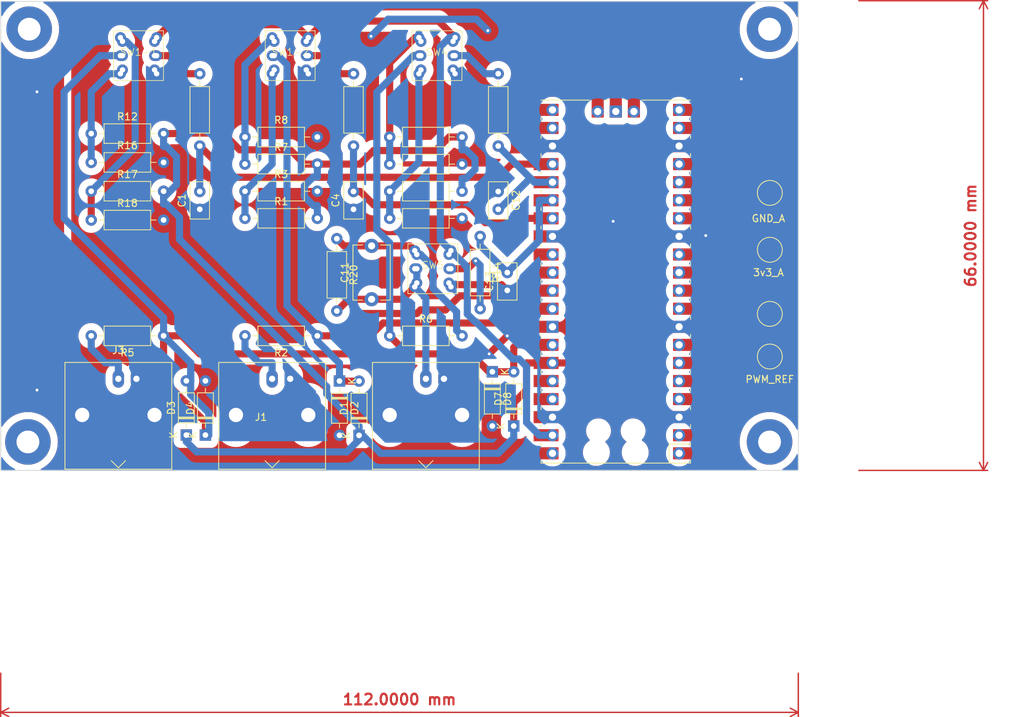
<source format=kicad_pcb>
(kicad_pcb (version 20221018) (generator pcbnew)
  (layers (0 "F.Cu" signal) (31 "B.Cu" signal) (34 "B.Paste" user) (35 "F.Paste" user) (36 "B.SilkS" user "B.Silkscreen") (37 "F.SilkS" user "F.Silkscreen") (38 "B.Mask" user) (39 "F.Mask" user) (44 "Edge.Cuts" user))
  (net 0 "")
  (net 1 "sig2")
  (net 2 "adc1")
  (net 3 "GND")
  (net 4 "Net-(C11-Pad2)")
  (net 5 "sw3")
  (net 6 "Net-(R1-Pad1)")
  (net 7 "sw1")
  (net 8 "Net-(R7-Pad1)")
  (net 14 "+3.3VADC")
  (net 23 "GNDA")
  (net 26 "testpwm")
  (net 28 "sig3")
  (net 29 "sw2-2")
  (net 30 "Net-(R12-Pad1)")
  (net 33 "Net-(R17-Pad1)")
  (net 34 "Net-(R19-Pad2)")
  (net 37 "sw2-1")
  (net 42 "sig1")
  (net 43 "+3V3")
  (net 44 "Net-(R10-Pad1)")
  (net 45 "Net-(R4-Pad2)")
  (net 46 "Net-(R11-Pad1)")
  (net 47 "Net-(R13-Pad2)")
  (net 48 "Net-(R14-Pad2)")
  (net 50 "adc3")
  (net 51 "adc2")
  (footprint "Connector_Coaxial:BNC_Amphenol_B6252HB-NPP3G-50_Horizontal" (layer "F.Cu") (at 118.11 91.13 180)
    (fp_text reference "J1")
    (fp_text value "B6252HB")
  )
  (footprint "Connector_Coaxial:BNC_Amphenol_B6252HB-NPP3G-50_Horizontal" (layer "F.Cu") (at 139.7 91.13 180)
    (fp_text reference "J2" hide)
    (fp_text value "B6252HB")
  )
  (footprint "Resistor_THT:R_Axial_DIN0207_L6.3mm_D2.5mm_P10.16mm_Horizontal" (layer "F.Cu") (at 92.71 60.72)
    (fp_text reference "R16")
    (fp_text value "100k")
  )
  (footprint "Diode_THT:D_DO-35_SOD27_P7.62mm_Horizontal" (layer "F.Cu") (at 106.065017 99.034245 90)
    (fp_text reference "D3")
    (fp_text value "1N4148")
  )
  (footprint "Resistor_THT:R_Axial_DIN0207_L6.3mm_D2.5mm_P10.16mm_Horizontal" (layer "F.Cu") (at 134.62 60.96)
    (fp_text reference "R15" hide)
    (fp_text value "100k")
  )
  (footprint "Resistor_THT:R_Axial_DIN0207_L6.3mm_D2.5mm_P10.16mm_Horizontal" (layer "F.Cu") (at 107.95 58.42 90)
    (fp_text reference "R19" hide)
    (fp_text value "10k")
  )
  (footprint "Capacitor_THT:C_Disc_D5.0mm_W2.5mm_P2.50mm" (layer "F.Cu") (at 149.86 64.81 -90)
    (fp_text reference "C12")
    (fp_text value "1uf")
  )
  (footprint "Resistor_THT:R_Axial_DIN0207_L6.3mm_D2.5mm_P10.16mm_Horizontal" (layer "F.Cu") (at 92.71 56.67)
    (fp_text reference "R12")
    (fp_text value "100k")
  )
  (footprint "Resistor_THT:R_Axial_DIN0207_L6.3mm_D2.5mm_P10.16mm_Horizontal" (layer "F.Cu") (at 102.87 85.09 180)
    (fp_text reference "R5")
    (fp_text value "100k")
  )
  (footprint "MountingHole:MountingHole_3mm" (layer "F.Cu") (at 84 42)
    (fp_text reference "H2" hide)
    (fp_text value "MountingHole_Pad" hide)
  )
  (footprint "Diode_THT:D_DO-35_SOD27_P7.62mm_Horizontal" (layer "F.Cu") (at 127.572469 91.443714 -90)
    (fp_text reference "D2")
    (fp_text value "1N4148")
  )
  (footprint "Capacitor_THT:C_Disc_D5.0mm_W2.5mm_P2.50mm" (layer "F.Cu") (at 129.54 67.31 90)
    (fp_text reference "C4")
    (fp_text value "1uf")
  )
  (footprint "Diode_THT:D_DO-35_SOD27_P7.62mm_Horizontal" (layer "F.Cu") (at 108.743533 99.034245 90)
    (fp_text reference "D4")
    (fp_text value "1N4148")
  )
  (footprint "Resistor_THT:R_Axial_DIN0207_L6.3mm_D2.5mm_P10.16mm_Horizontal" (layer "F.Cu") (at 114.3 68.58)
    (fp_text reference "R1")
    (fp_text value "100k" hide)
  )
  (footprint "Diode_THT:D_DO-35_SOD27_P7.62mm_Horizontal" (layer "F.Cu") (at 149.034576 90.14148 -90)
    (fp_text reference "D8")
    (fp_text value "1N4148")
  )
  (footprint "Diode_THT:D_DO-35_SOD27_P7.62mm_Horizontal" (layer "F.Cu") (at 130.319665 99.074445 90)
    (fp_text reference "D1")
    (fp_text value "1N4148")
  )
  (footprint "Resistor_THT:R_Axial_DIN0207_L6.3mm_D2.5mm_P10.16mm_Horizontal" (layer "F.Cu") (at 134.62 68.58)
    (fp_text reference "R10" hide)
    (fp_text value "empty")
  )
  (footprint "MCU_RaspberryPi_and_Boards3:RPi_Pico_SMD_TH" (layer "F.Cu") (at 166.37 77.47 180)
    (fp_text reference "U1" hide)
    (fp_text value "Pico" hide)
  )
  (footprint "MountingHole:MountingHole_3mm" (layer "F.Cu") (at 187.96 100)
    (fp_text reference "H4" hide)
    (fp_text value "MountingHole_Pad" hide)
  )
  (footprint "btn:button_switch_6mm" (layer "F.Cu") (at 141.26 45.72)
    (fp_text reference "SW4")
    (fp_text value "SW_Push_DPDT")
  )
  (footprint "Resistor_THT:R_Axial_DIN0207_L6.3mm_D2.5mm_P10.16mm_Horizontal" (layer "F.Cu") (at 129.54 58.42 90)
    (fp_text reference "R4" hide)
    (fp_text value "10k")
  )
  (footprint "btn:button_switch_6mm" (layer "F.Cu") (at 99.35 45.72)
    (fp_text reference "SW1-1")
    (fp_text value "SW_Push_DPDT")
  )
  (footprint "btn:button_switch_6mm" (layer "F.Cu") (at 140.68 75.66)
    (fp_text reference "SW5")
    (fp_text value "SW_Push_DPDT")
  )
  (footprint "Diode_THT:D_DO-35_SOD27_P7.62mm_Horizontal" (layer "F.Cu") (at 152.038634 97.76148 90)
    (fp_text reference "D7")
    (fp_text value "1N4148")
  )
  (footprint "Resistor_THT:R_Axial_DIN0207_L6.3mm_D2.5mm_P10.16mm_Horizontal" (layer "F.Cu") (at 134.62 64.77)
    (fp_text reference "R9" hide)
    (fp_text value "empty")
  )
  (footprint "Capacitor_THT:C_Disc_D5.0mm_W2.5mm_P2.50mm" (layer "F.Cu") (at 151.13 78.7 90)
    (fp_text reference "C13")
    (fp_text value "1uf")
  )
  (footprint "TestPoint:TestPoint_Pad_D3.0mm" (layer "F.Cu") (at 188 82 180)
    (fp_text reference "TP4" hide)
    (fp_text value "GND")
  )
  (footprint "btn:button_switch_6mm" (layer "F.Cu") (at 120.65 45.72)
    (fp_text reference "SW1-2")
    (fp_text value "SW_Push_DPDT")
  )
  (footprint "Resistor_THT:R_Axial_DIN0207_L6.3mm_D2.5mm_P10.16mm_Horizontal" (layer "F.Cu") (at 124.46 85.09 180)
    (fp_text reference "R2")
    (fp_text value "100k")
  )
  (footprint "Resistor_THT:R_Axial_DIN0207_L6.3mm_D2.5mm_P10.16mm_Horizontal" (layer "F.Cu") (at 114.3 60.96)
    (fp_text reference "R7")
    (fp_text value "100k")
  )
  (footprint "Resistor_THT:R_Axial_DIN0207_L6.3mm_D2.5mm_P10.16mm_Horizontal" (layer "F.Cu") (at 92.71 64.77)
    (fp_text reference "R17")
    (fp_text value "100k")
  )
  (footprint "Resistor_THT:R_Axial_DIN0207_L6.3mm_D2.5mm_P10.16mm_Horizontal" (layer "F.Cu") (at 149.86 58.42 90)
    (fp_text reference "R13" hide)
    (fp_text value "10k")
  )
  (footprint "Resistor_THT:R_Axial_DIN0207_L6.3mm_D2.5mm_P10.16mm_Horizontal" (layer "F.Cu") (at 92.71 68.82)
    (fp_text reference "R18")
    (fp_text value "100k")
  )
  (footprint "MountingHole:MountingHole_3mm" (layer "F.Cu") (at 188 42)
    (fp_text reference "H1" hide)
    (fp_text value "MountingHole_Pad" hide)
  )
  (footprint "Resistor_THT:R_Axial_DIN0207_L6.3mm_D2.5mm_P10.16mm_Horizontal" (layer "F.Cu") (at 114.3 57.15)
    (fp_text reference "R8")
    (fp_text value "100k")
  )
  (footprint "Resistor_THT:R_Axial_DIN0207_L6.3mm_D2.5mm_P10.16mm_Horizontal" (layer "F.Cu") (at 134.62 57.15)
    (fp_text reference "R11" hide)
    (fp_text value "100k")
  )
  (footprint "Resistor_THT:R_Axial_DIN0207_L6.3mm_D2.5mm_P10.16mm_Horizontal" (layer "F.Cu") (at 127.2 71.44 -90)
    (fp_text reference "R20")
    (fp_text value "100k")
  )
  (footprint "MountingHole:MountingHole_3mm" (layer "F.Cu") (at 83.82 100.33)
    (fp_text reference "H3" hide)
    (fp_text value "MountingHole_Pad" hide)
  )
  (footprint "TestPoint:TestPoint_Pad_D3.0mm" (layer "F.Cu") (at 188 65)
    (fp_text reference "TP3" hide)
    (fp_text value "GND_A")
  )
  (footprint "Capacitor_THT:C_Disc_D5.0mm_W2.5mm_P2.50mm" (layer "F.Cu") (at 107.95 67.31 90)
    (fp_text reference "C1")
    (fp_text value "1uf")
  )
  (footprint "Resistor_THT:R_Axial_DIN0207_L6.3mm_D2.5mm_P10.16mm_Horizontal" (layer "F.Cu") (at 114.3 64.77)
    (fp_text reference "R3")
    (fp_text value "100k")
  )
  (footprint "Connector_Coaxial:BNC_Amphenol_B6252HB-NPP3G-50_Horizontal" (layer "F.Cu") (at 96.52 91.13 180)
    (fp_text reference "J3")
    (fp_text value "B6252HB")
  )
  (footprint "TestPoint:TestPoint_Pad_D3.0mm" (layer "F.Cu") (at 188 88 180)
    (fp_text reference "TP2" hide)
    (fp_text value "PWM_REF")
  )
  (footprint "TestPoint:TestPoint_Pad_D3.0mm" (layer "F.Cu") (at 188 73)
    (fp_text reference "TP1" hide)
    (fp_text value "3v3_A")
  )
  (footprint "Resistor_THT:R_Axial_DIN0207_L6.3mm_D2.5mm_P10.16mm_Horizontal" (layer "F.Cu") (at 147.32 71.12 -90)
    (fp_text reference "R14")
    (fp_text value "10k")
  )
  (footprint "Capacitor_THT:C_Disc_D7.5mm_W5.0mm_P7.50mm" (layer "F.Cu") (at 132.08 79.95 90)
    (fp_text reference "C11")
    (fp_text value "100nf")
  )
  (footprint "Resistor_THT:R_Axial_DIN0207_L6.3mm_D2.5mm_P10.16mm_Horizontal" (layer "F.Cu") (at 134.62 85.09)
    (fp_text reference "R6")
    (fp_text value "100k")
  )
  (gr_rect (start 80.01 38.1) (end 192 104) (stroke (width 0.1)) (fill none) (layer "Edge.Cuts"))
  (dimension (type aligned) (layer "F.Cu") (pts (xy 200 104) (xy 200 38)) (height 18) (gr_text "66.0000 mm" (at 216.2 71 90) (layer "F.Cu") (effects (font (size 1.5 1.5) (thickness 0.3)))) (format (prefix "") (suffix "") (units 3) (units_format 1) (precision 4)) (style (thickness 0.2) (arrow_length 1.27) (text_position_mode 0) (extension_height 0.58642) (extension_offset 0.5) keep_text_aligned))
  (dimension (type aligned) (layer "F.Cu") (pts (xy 80 132) (xy 192 132)) (height 6) (gr_text "112.0000 mm" (at 136 136.2) (layer "F.Cu") (effects (font (size 1.5 1.5) (thickness 0.3)))) (format (prefix "") (suffix "") (units 3) (units_format 1) (precision 4)) (style (thickness 0.2) (arrow_length 1.27) (text_position_mode 0) (extension_height 0.58642) (extension_offset 0.5) keep_text_aligned))
  (segment (start 132.08 79.95) (end 128.85 79.95) (width 1) (layer "F.Cu") (net 1))
  (segment (start 138.43 75.66) (end 138.14 75.66) (width 1) (layer "F.Cu") (net 1))
  (segment (start 138.14 78.2) (end 136.39 79.95) (width 1) (layer "F.Cu") (net 1))
  (segment (start 128.85 79.95) (end 127.2 81.6) (width 1) (layer "F.Cu") (net 1))
  (segment (start 136.39 79.95) (end 132.08 79.95) (width 1) (layer "F.Cu") (net 1))
  (segment (start 138.14 78.2) (end 139.7 79.76) (width 1) (layer "B.Cu") (net 1))
  (segment (start 138.14 77.95) (end 138.43 77.66) (width 1) (layer "B.Cu") (net 1))
  (segment (start 138.43 77.66) (end 138.43 75.66) (width 1) (layer "B.Cu") (net 1))
  (segment (start 139.7 79.76) (end 139.7 91.13) (width 1) (layer "B.Cu") (net 1))
  (segment (start 138.14 78.2) (end 138.14 77.95) (width 1) (layer "B.Cu") (net 1))
  (segment (start 127 85.09) (end 124.46 85.09) (width 1) (layer "F.Cu") (net 2))
  (segment (start 149.103 79.4688) (end 144.446 79.4688) (width 1) (layer "F.Cu") (net 2))
  (segment (start 130.14 81.95) (end 127 85.09) (width 1) (layer "F.Cu") (net 2))
  (segment (start 151.98 81.28) (end 150.914 81.28) (width 1) (layer "F.Cu") (net 2))
  (segment (start 138.95 81.45) (end 138.45 81.95) (width 1) (layer "F.Cu") (net 2))
  (segment (start 157.48 78.74) (end 154.52 78.74) (width 1) (layer "F.Cu") (net 2))
  (segment (start 127.572469 91.443714) (end 127.5832 91.454445) (width 1) (layer "F.Cu") (net 2))
  (segment (start 118.4 45.72) (end 118.11 45.72) (width 1) (layer "F.Cu") (net 2))
  (segment (start 154.52 78.74) (end 151.98 81.28) (width 1) (layer "F.Cu") (net 2))
  (segment (start 144.446 79.4688) (end 142.4648 81.45) (width 1) (layer "F.Cu") (net 2))
  (segment (start 138.45 81.95) (end 130.14 81.95) (width 1) (layer "F.Cu") (net 2))
  (segment (start 150.914 81.28) (end 149.103 79.4688) (width 1) (layer "F.Cu") (net 2))
  (segment (start 142.4648 81.45) (end 138.95 81.45) (width 1) (layer "F.Cu") (net 2))
  (segment (start 127.5832 91.454445) (end 130.319665 91.454445) (width 1) (layer "F.Cu") (net 2))
  (segment (start 127.572469 88.940569) (end 124.46 85.8281) (width 1) (layer "B.Cu") (net 2))
  (segment (start 120.202 46.9767) (end 120.202 80.8325) (width 1) (layer "B.Cu") (net 2))
  (segment (start 118.4 45.72) (end 118.946 45.72) (width 1) (layer "B.Cu") (net 2))
  (segment (start 124.46 85.8281) (end 124.46 85.09) (width 1) (layer "B.Cu") (net 2))
  (segment (start 118.946 45.72) (end 120.202 46.9767) (width 1) (layer "B.Cu") (net 2))
  (segment (start 120.202 80.8325) (end 124.46 85.09) (width 1) (layer "B.Cu") (net 2))
  (segment (start 127.572469 91.443714) (end 127.572469 88.940569) (width 1) (layer "B.Cu") (net 2))
  (segment (start 143.519999 77.900001) (end 150.330001 77.900001) (width 1) (layer "F.Cu") (net 3))
  (segment (start 143.22 78.2) (end 143.519999 77.900001) (width 1) (layer "F.Cu") (net 3))
  (segment (start 151.13 85.09) (end 148.59 87.63) (width 1) (layer "F.Cu") (net 3))
  (segment (start 150.330001 77.900001) (end 151.13 78.7) (width 1) (layer "F.Cu") (net 3))
  (via (at 179 71) (size 0.8) (drill 0.4) (layers "F.Cu" "B.Cu") (net 3))
  (via (at 184 49) (size 0.8) (drill 0.4) (layers "F.Cu" "B.Cu") (net 3))
  (via (at 85.09 92.71) (size 0.8) (drill 0.4) (layers "F.Cu" "B.Cu") (net 3))
  (via (at 85.09 50.8) (size 0.8) (drill 0.4) (layers "F.Cu" "B.Cu") (net 3))
  (via (at 151.13 85.09) (size 0.8) (drill 0.4) (layers "F.Cu" "B.Cu") (net 3))
  (via (at 166 69) (size 0.8) (drill 0.4) (layers "F.Cu" "B.Cu") (net 3))
  (via (at 148.59 87.63) (size 0.8) (drill 0.4) (layers "F.Cu" "B.Cu") (net 3))
  (segment (start 132.08 72.45) (end 137.47 72.45) (width 1) (layer "F.Cu") (net 4))
  (segment (start 137.47 72.45) (end 138.14 73.12) (width 1) (layer "F.Cu") (net 4))
  (segment (start 132.08 72.45) (end 128.21 72.45) (width 1) (layer "F.Cu") (net 4))
  (segment (start 128.21 72.45) (end 127.2 71.44) (width 1) (layer "F.Cu") (net 4))
  (segment (start 144.016 81.7214) (end 144.016 84.3262) (width 1) (layer "B.Cu") (net 4))
  (segment (start 144.016 84.3262) (end 144.78 85.09) (width 1) (layer "B.Cu") (net 4))
  (segment (start 138.43 73.66) (end 138.974 73.66) (width 1) (layer "B.Cu") (net 4))
  (segment (start 138.14 73.12) (end 138.14 73.37) (width 1) (layer "B.Cu") (net 4))
  (segment (start 140.712 75.3975) (end 140.712 78.417) (width 1) (layer "B.Cu") (net 4))
  (segment (start 138.14 73.37) (end 138.43 73.66) (width 1) (layer "B.Cu") (net 4))
  (segment (start 138.974 73.66) (end 140.712 75.3975) (width 1) (layer "B.Cu") (net 4))
  (segment (start 140.712 78.417) (end 144.016 81.7214) (width 1) (layer "B.Cu") (net 4))
  (segment (start 112.336 62.8055) (end 107.95 58.42) (width 1) (layer "F.Cu") (net 5))
  (segment (start 149.901 62.8055) (end 112.336 62.8055) (width 1) (layer "F.Cu") (net 5))
  (segment (start 157.48 60.96) (end 151.747 60.96) (width 1) (layer "F.Cu") (net 5))
  (segment (start 151.747 60.96) (end 149.901 62.8055) (width 1) (layer "F.Cu") (net 5))
  (segment (start 107.95 64.81) (end 107.95 58.42) (width 1) (layer "B.Cu") (net 5))
  (segment (start 114.3 64.77) (end 114.3 68.58) (width 1) (layer "B.Cu") (net 6))
  (segment (start 118.11 48.01) (end 118.11 48.26) (width 1) (layer "B.Cu") (net 6))
  (segment (start 118.11 60.96) (end 114.3 64.77) (width 1) (layer "B.Cu") (net 6))
  (segment (start 118.11 48.26) (end 118.11 60.96) (width 1) (layer "B.Cu") (net 6))
  (segment (start 118.4 47.72) (end 118.11 48.01) (width 1) (layer "B.Cu") (net 6))
  (segment (start 145.522 66.675) (end 132.36 66.675) (width 1) (layer "F.Cu") (net 7))
  (segment (start 148.03 69.1834) (end 145.522 66.675) (width 1) (layer "F.Cu") (net 7))
  (segment (start 157.48 68.58) (end 153.828 68.58) (width 1) (layer "F.Cu") (net 7))
  (segment (start 132.36 66.675) (end 130.495 64.81) (width 1) (layer "F.Cu") (net 7))
  (segment (start 153.225 69.1834) (end 148.03 69.1834) (width 1) (layer "F.Cu") (net 7))
  (segment (start 130.495 64.81) (end 129.54 64.81) (width 1) (layer "F.Cu") (net 7))
  (segment (start 153.828 68.58) (end 153.225 69.1834) (width 1) (layer "F.Cu") (net 7))
  (segment (start 129.54 64.81) (end 129.54 58.42) (width 1) (layer "B.Cu") (net 7))
  (segment (start 118.11 43.43) (end 118.11 43.18) (width 1) (layer "B.Cu") (net 8))
  (segment (start 117.899 43.43) (end 114.3 47.0287) (width 1) (layer "B.Cu") (net 8))
  (segment (start 118.4 43.72) (end 118.11 43.43) (width 1) (layer "B.Cu") (net 8))
  (segment (start 114.3 57.15) (end 114.3 60.96) (width 1) (layer "B.Cu") (net 8))
  (segment (start 118.11 43.43) (end 117.899 43.43) (width 1) (layer "B.Cu") (net 8))
  (segment (start 114.3 47.0287) (end 114.3 57.15) (width 1) (layer "B.Cu") (net 8))
  (segment (start 181.61 69.61) (end 185 73) (width 1) (layer "F.Cu") (net 14))
  (segment (start 130.455 60.96) (end 124.46 60.96) (width 1) (layer "F.Cu") (net 14))
  (segment (start 153.828 88.9) (end 153.828 92.71) (width 1) (layer "F.Cu") (net 14))
  (segment (start 167.1 88.9) (end 172 84) (width 1) (layer "F.Cu") (net 14))
  (segment (start 181.61 50.8) (end 181.61 69.61) (width 1) (layer "F.Cu") (net 14))
  (segment (start 179.81 49) (end 181.61 50.8) (width 1) (layer "F.Cu") (net 14))
  (segment (start 144.78 57.15) (end 142.978 57.15) (width 1) (layer "F.Cu") (net 14))
  (segment (start 111.204 56.6019) (end 104.74 56.6019) (width 1) (layer "F.Cu") (net 14))
  (segment (start 104.74 56.6019) (end 104.672 56.67) (width 1) (layer "F.Cu") (net 14))
  (segment (start 120.65 58.9519) (end 113.554 58.9519) (width 1) (layer "F.Cu") (net 14))
  (segment (start 122.658 60.96) (end 120.65 58.9519) (width 1) (layer "F.Cu") (net 14))
  (segment (start 185 73) (end 188 73) (width 1) (layer "F.Cu") (net 14))
  (segment (start 173.8 49) (end 179.81 49) (width 1) (layer "F.Cu") (net 14))
  (segment (start 172 84) (end 172 50.8) (width 1) (layer "F.Cu") (net 14))
  (segment (start 142.978 57.15) (end 141.073 59.055) (width 1) (layer "F.Cu") (net 14))
  (segment (start 113.554 58.9519) (end 111.204 56.6019) (width 1) (layer "F.Cu") (net 14))
  (segment (start 157.48 88.9) (end 167.1 88.9) (width 1) (layer "F.Cu") (net 14))
  (segment (start 141.073 59.055) (end 132.36 59.055) (width 1) (layer "F.Cu") (net 14))
  (segment (start 172 50.8) (end 173.8 49) (width 1) (layer "F.Cu") (net 14))
  (segment (start 132.36 59.055) (end 130.455 60.96) (width 1) (layer "F.Cu") (net 14))
  (segment (start 153.828 92.71) (end 152.038634 94.499366) (width 1) (layer "F.Cu") (net 14))
  (segment (start 157.48 88.9) (end 153.828 88.9) (width 1) (layer "F.Cu") (net 14))
  (segment (start 124.46 60.96) (end 122.658 60.96) (width 1) (layer "F.Cu") (net 14))
  (segment (start 104.672 56.67) (end 102.87 56.67) (width 1) (layer "F.Cu") (net 14))
  (segment (start 152.038634 94.499366) (end 152.038634 97.76148) (width 1) (layer "F.Cu") (net 14))
  (segment (start 128.6 101.4) (end 107.509288 101.4) (width 1) (layer "B.Cu") (net 14))
  (segment (start 122.639 65.5169) (end 122.639 64.02) (width 1) (layer "B.Cu") (net 14))
  (segment (start 102.87 56.67) (end 102.87 58.4719) (width 1) (layer "B.Cu") (net 14))
  (segment (start 105.106 68.4342) (end 103.243 66.5719) (width 1) (layer "B.Cu") (net 14))
  (segment (start 152.038634 99.424159) (end 149.862793 101.6) (width 1) (layer "B.Cu") (net 14))
  (segment (start 102.87 66.5719) (end 102.87 65.6709) (width 1) (layer "B.Cu") (net 14))
  (segment (start 104.698 63.8431) (end 102.87 65.6709) (width 1) (layer "B.Cu") (net 14))
  (segment (start 102.87 58.4719) (end 103.243 58.4719) (width 1) (layer "B.Cu") (net 14))
  (segment (start 123.897 62.7619) (end 124.46 62.7619) (width 1) (layer "B.Cu") (net 14))
  (segment (start 123.9 66.7781) (end 122.639 65.5169) (width 1) (layer "B.Cu") (net 14))
  (segment (start 102.87 64.77) (end 102.87 65.6709) (width 1) (layer "B.Cu") (net 14))
  (segment (start 122.639 64.02) (end 123.897 62.7619) (width 1) (layer "B.Cu") (net 14))
  (segment (start 152.038634 97.76148) (end 152.038634 99.424159) (width 1) (layer "B.Cu") (net 14))
  (segment (start 146.601 61.7069) (end 146.601 60.21) (width 1) (layer "B.Cu") (net 14))
  (segment (start 130.824845 99.074445) (end 130.824845 99.175155) (width 1) (layer "B.Cu") (net 14))
  (segment (start 130.319665 97.79091) (end 125.772469 93.243714) (width 1) (layer "B.Cu") (net 14))
  (segment (start 125.772469 92.220169) (end 105.106 71.5537) (width 1) (layer "B.Cu") (net 14))
  (segment (start 103.243 66.5719) (end 102.87 66.5719) (width 1) (layer "B.Cu") (net 14))
  (segment (start 145.343 58.9519) (end 144.78 58.9519) (width 1) (layer "B.Cu") (net 14))
  (segment (start 103.243 58.4719) (end 104.698 59.9264) (width 1) (layer "B.Cu") (net 14))
  (segment (start 146.601 60.21) (end 145.343 58.9519) (width 1) (layer "B.Cu") (net 14))
  (segment (start 107.509288 101.4) (end 106.065017 99.955729) (width 1) (layer "B.Cu") (net 14))
  (segment (start 106.065017 99.955729) (end 106.065017 99.034245) (width 1) (layer "B.Cu") (net 14))
  (segment (start 145.34 62.9681) (end 146.601 61.7069) (width 1) (layer "B.Cu") (net 14))
  (segment (start 149.862793 101.6) (end 133.3504 101.6) (width 1) (layer "B.Cu") (net 14))
  (segment (start 133.3504 101.6) (end 130.824845 99.074445) (width 1) (layer "B.Cu") (net 14))
  (segment (start 124.46 62.7619) (end 124.46 60.96) (width 1) (layer "B.Cu") (net 14))
  (segment (start 144.78 62.9681) (end 145.34 62.9681) (width 1) (layer "B.Cu") (net 14))
  (segment (start 130.319665 99.074445) (end 130.319665 97.79091) (width 1) (layer "B.Cu") (net 14))
  (segment (start 144.78 58.9519) (end 144.78 57.15) (width 1) (layer "B.Cu") (net 14))
  (segment (start 104.698 59.9264) (end 104.698 63.8431) (width 1) (layer "B.Cu") (net 14))
  (segment (start 124.46 68.58) (end 124.46 66.7781) (width 1) (layer "B.Cu") (net 14))
  (segment (start 125.772469 93.243714) (end 125.772469 92.220169) (width 1) (layer "B.Cu") (net 14))
  (segment (start 130.824845 99.175155) (end 128.6 101.4) (width 1) (layer "B.Cu") (net 14))
  (segment (start 105.106 71.5537) (end 105.106 68.4342) (width 1) (layer "B.Cu") (net 14))
  (segment (start 124.46 66.7781) (end 123.9 66.7781) (width 1) (layer "B.Cu") (net 14))
  (segment (start 144.78 64.77) (end 144.78 62.9681) (width 1) (layer "B.Cu") (net 14))
  (segment (start 181 42) (end 160 42) (width 1) (layer "F.Cu") (net 23))
  (segment (start 188 65) (end 188 49) (width 1) (layer "F.Cu") (net 23))
  (segment (start 188 49) (end 181 42) (width 1) (layer "F.Cu") (net 23))
  (via (at 132 43) (size 0.8) (drill 0.4) (layers "F.Cu" "B.Cu") (net 23))
  (via (at 148.4 42.2) (size 0.8) (drill 0.4) (layers "F.Cu" "B.Cu") (net 23))
  (segment (start 146.8 40.6) (end 134.4 40.6) (width 1) (layer "B.Cu") (net 23))
  (segment (start 134.4 40.6) (end 132 43) (width 1) (layer "B.Cu") (net 23))
  (segment (start 148.4 42.2) (end 146.8 40.6) (width 1) (layer "B.Cu") (net 23))
  (segment (start 178.22 101.6) (end 175.26 101.6) (width 1) (layer "F.Cu") (net 26))
  (segment (start 188 87) (end 188 91.82) (width 1) (layer "F.Cu") (net 26))
  (segment (start 188 91.82) (end 178.22 101.6) (width 1) (layer "F.Cu") (net 26))
  (segment (start 96.52 88.8781) (end 94.6962 88.8781) (width 1) (layer "B.Cu") (net 28))
  (segment (start 94.6962 88.8781) (end 92.71 86.8919) (width 1) (layer "B.Cu") (net 28))
  (segment (start 92.71 86.8919) (end 92.71 85.09) (width 1) (layer "B.Cu") (net 28))
  (segment (start 96.52 91.13) (end 96.52 88.8781) (width 1) (layer "B.Cu") (net 28))
  (segment (start 154.94 63.5) (end 154.369 62.9288) (width 1) (layer "B.Cu") (net 29))
  (segment (start 157.48 63.5) (end 154.94 63.5) (width 1) (layer "B.Cu") (net 29))
  (segment (start 149.86 67.31) (end 149.988 67.31) (width 1) (layer "B.Cu") (net 29))
  (segment (start 154.369 62.9288) (end 149.86 58.42) (width 1) (layer "B.Cu") (net 29))
  (segment (start 149.988 67.31) (end 154.369 62.9288) (width 1) (layer "B.Cu") (net 29))
  (segment (start 95.25 48.26) (end 92.71 50.8) (width 1) (layer "B.Cu") (net 30))
  (segment (start 92.71 56.67) (end 92.71 60.72) (width 1) (layer "B.Cu") (net 30))
  (segment (start 97.1 47.97) (end 96.81 48.26) (width 1) (layer "B.Cu") (net 30))
  (segment (start 92.71 50.8) (end 92.71 56.67) (width 1) (layer "B.Cu") (net 30))
  (segment (start 96.81 48.26) (end 95.25 48.26) (width 1) (layer "B.Cu") (net 30))
  (segment (start 97.1 47.72) (end 97.1 47.97) (width 1) (layer "B.Cu") (net 30))
  (segment (start 92.71 68.82) (end 92.71 64.77) (width 1) (layer "F.Cu") (net 33))
  (segment (start 98.8869 58.5931) (end 92.71 64.77) (width 1) (layer "B.Cu") (net 33))
  (segment (start 98.8869 44.9718) (end 98.8869 58.5931) (width 1) (layer "B.Cu") (net 33))
  (segment (start 97.1 43.47) (end 97.1 43.72) (width 1) (layer "B.Cu") (net 33))
  (segment (start 97.6351 43.72) (end 98.8869 44.9718) (width 1) (layer "B.Cu") (net 33))
  (segment (start 97.1 43.72) (end 97.6351 43.72) (width 1) (layer "B.Cu") (net 33))
  (segment (start 96.81 43.18) (end 97.1 43.47) (width 1) (layer "B.Cu") (net 33))
  (segment (start 103.608 45.72) (end 101.89 45.72) (width 1) (layer "F.Cu") (net 34))
  (segment (start 107.95 48.26) (end 106.148 48.26) (width 1) (layer "F.Cu") (net 34))
  (segment (start 106.148 48.26) (end 103.608 45.72) (width 1) (layer "F.Cu") (net 34))
  (segment (start 101.6 45.72) (end 101.89 45.72) (width 1) (layer "F.Cu") (net 34))
  (segment (start 155.628 71.7019) (end 151.13 76.2) (width 1) (layer "B.Cu") (net 37))
  (segment (start 155.628 66.04) (end 155.628 71.7019) (width 1) (layer "B.Cu") (net 37))
  (segment (start 157.48 66.04) (end 155.628 66.04) (width 1) (layer "B.Cu") (net 37))
  (segment (start 147.32 72.39) (end 147.32 71.12) (width 1) (layer "B.Cu") (net 37))
  (segment (start 151.13 76.2) (end 147.32 72.39) (width 1) (layer "B.Cu") (net 37))
  (segment (start 114.3 86.8919) (end 114.3 85.09) (width 1) (layer "B.Cu") (net 42))
  (segment (start 118.11 91.13) (end 118.11 88.8781) (width 1) (layer "B.Cu") (net 42))
  (segment (start 118.11 88.8781) (end 116.286 88.8781) (width 1) (layer "B.Cu") (net 42))
  (segment (start 116.286 88.8781) (end 114.3 86.8919) (width 1) (layer "B.Cu") (net 42))
  (segment (start 101.89 43.18) (end 103.691 41.379) (width 1) (layer "F.Cu") (net 43))
  (segment (start 125.508 40.8618) (end 141.4818 40.8618) (width 1) (layer "F.Cu") (net 43))
  (segment (start 103.691 41.379) (end 121.389 41.379) (width 1) (layer "F.Cu") (net 43))
  (segment (start 123.19 43.18) (end 125.508 40.8618) (width 1) (layer "F.Cu") (net 43))
  (segment (start 121.389 41.379) (end 123.19 43.18) (width 1) (layer "F.Cu") (net 43))
  (segment (start 141.4818 40.8618) (end 143.8 43.18) (width 1) (layer "F.Cu") (net 43))
  (segment (start 152.784219 88.34148) (end 153.838634 89.395895) (width 1) (layer "B.Cu") (net 43))
  (segment (start 155.628 99.06) (end 157.48 99.06) (width 1) (layer "B.Cu") (net 43))
  (segment (start 153.838634 97.270634) (end 155.628 99.06) (width 1) (layer "B.Cu") (net 43))
  (segment (start 123.19 43.18) (end 122.9 43.47) (width 1) (layer "B.Cu") (net 43))
  (segment (start 143.22 73.12) (end 142.93 73.41) (width 1) (layer "B.Cu") (net 43))
  (segment (start 145.182 75.0822) (end 145.182 75.177) (width 1) (layer "B.Cu") (net 43))
  (segment (start 122.9 43.47) (end 122.9 43.72) (width 1) (layer "B.Cu") (net 43))
  (segment (start 143.51 43.18) (end 143.8 42.89) (width 1) (layer "B.Cu") (net 43))
  (segment (start 153.838634 89.395895) (end 153.838634 97.270634) (width 1) (layer "B.Cu") (net 43))
  (segment (start 101.6 43.72) (end 101.89 43.43) (width 1) (layer "B.Cu") (net 43))
  (segment (start 141.73 44.4581) (end 141.73 71.6297) (width 1) (layer "B.Cu") (net 43))
  (segment (start 143.51 43.18) (end 143.008 43.18) (width 1) (layer "B.Cu") (net 43))
  (segment (start 145.518 75.5129) (end 145.518 82.0264) (width 1) (layer "B.Cu") (net 43))
  (segment (start 145.518 82.0264) (end 146.574 83.0819) (width 1) (layer "B.Cu") (net 43))
  (segment (start 142.93 73.41) (end 142.93 73.66) (width 1) (layer "B.Cu") (net 43))
  (segment (start 145.182 75.177) (end 145.518 75.5129) (width 1) (layer "B.Cu") (net 43))
  (segment (start 143.22 73.12) (end 145.182 75.0822) (width 1) (layer "B.Cu") (net 43))
  (segment (start 141.73 71.6297) (end 143.22 73.12) (width 1) (layer "B.Cu") (net 43))
  (segment (start 146.681 83.0819) (end 151.94058 88.34148) (width 1) (layer "B.Cu") (net 43))
  (segment (start 151.94058 88.34148) (end 152.784219 88.34148) (width 1) (layer "B.Cu") (net 43))
  (segment (start 101.89 43.43) (end 101.89 43.18) (width 1) (layer "B.Cu") (net 43))
  (segment (start 143.008 43.18) (end 141.73 44.4581) (width 1) (layer "B.Cu") (net 43))
  (segment (start 146.574 83.0819) (end 146.681 83.0819) (width 1) (layer "B.Cu") (net 43))
  (segment (start 139.01 47.43) (end 138.72 47.72) (width 1) (layer "B.Cu") (net 44))
  (segment (start 138.72 47.72) (end 138.72 60.67) (width 1) (layer "B.Cu") (net 44))
  (segment (start 134.62 64.77) (end 134.62 68.58) (width 1) (layer "B.Cu") (net 44))
  (segment (start 138.72 60.67) (end 134.62 64.77) (width 1) (layer "B.Cu") (net 44))
  (segment (start 127.738 48.26) (end 125.198 45.72) (width 1) (layer "F.Cu") (net 45))
  (segment (start 129.54 48.26) (end 127.738 48.26) (width 1) (layer "F.Cu") (net 45))
  (segment (start 125.198 45.72) (end 123.19 45.72) (width 1) (layer "F.Cu") (net 45))
  (segment (start 122.9 45.72) (end 123.19 45.72) (width 1) (layer "F.Cu") (net 45))
  (segment (start 138.18 43.18) (end 138.72 43.18) (width 1) (layer "F.Cu") (net 46))
  (segment (start 134.62 46.74) (end 138.18 43.18) (width 1) (layer "F.Cu") (net 46))
  (segment (start 134.62 57.15) (end 134.62 46.74) (width 1) (layer "F.Cu") (net 46))
  (segment (start 138.72 42.64) (end 138.72 42.89) (width 1) (layer "B.Cu") (net 46))
  (segment (start 138.72 42.89) (end 139.01 43.18) (width 1) (layer "B.Cu") (net 46))
  (segment (start 134.62 57.15) (end 134.62 60.96) (width 1) (layer "B.Cu") (net 46))
  (segment (start 149.86 48.26) (end 148.058 48.26) (width 1) (layer "B.Cu") (net 47))
  (segment (start 148.058 48.26) (end 145.518 45.72) (width 1) (layer "B.Cu") (net 47))
  (segment (start 145.518 45.72) (end 143.8 45.72) (width 1) (layer "B.Cu") (net 47))
  (segment (start 146.684 74.5549) (end 145.579 75.66) (width 1) (layer "F.Cu") (net 48))
  (segment (start 145.579 75.66) (end 143.22 75.66) (width 1) (layer "F.Cu") (net 48))
  (segment (start 143.22 75.66) (end 142.93 75.66) (width 1) (layer "F.Cu") (net 48))
  (via (at 146.684 74.5549) (size 0.8) (drill 0.4) (layers "F.Cu" "B.Cu") (net 48))
  (segment (start 146.684 74.5549) (end 147.32 75.1908) (width 1) (layer "B.Cu") (net 48))
  (segment (start 147.32 75.1908) (end 147.32 81.28) (width 1) (layer "B.Cu") (net 48))
  (segment (start 102.87 85.09) (end 105.41 85.09) (width 1) (layer "F.Cu") (net 50))
  (segment (start 152.09132 83.29) (end 133.689748 83.29) (width 1) (layer "F.Cu") (net 50))
  (segment (start 108.743533 97.22899) (end 108.743533 99.034245) (width 1) (layer "F.Cu") (net 50))
  (segment (start 132.08 84.899748) (end 132.08 87.63) (width 1) (layer "F.Cu") (net 50))
  (segment (start 102.87 85.09) (end 102.87 91.355457) (width 1) (layer "F.Cu") (net 50))
  (segment (start 96.81 45.72) (end 97.1 45.72) (width 1) (layer "F.Cu") (net 50))
  (segment (start 102.87 91.355457) (end 108.743533 97.22899) (width 1) (layer "F.Cu") (net 50))
  (segment (start 105.41 85.09) (end 107.95 87.63) (width 1) (layer "F.Cu") (net 50))
  (segment (start 133.689748 83.29) (end 132.08 84.899748) (width 1) (layer "F.Cu") (net 50))
  (segment (start 107.95 87.63) (end 132.08 87.63) (width 1) (layer "F.Cu") (net 50))
  (segment (start 157.48 81.28) (end 154.10132 81.28) (width 1) (layer "F.Cu") (net 50))
  (segment (start 154.10132 81.28) (end 152.09132 83.29) (width 1) (layer "F.Cu") (net 50))
  (segment (start 106.654245 91.414245) (end 106.68 91.44) (width 1) (layer "B.Cu") (net 50))
  (segment (start 109.22 99.06) (end 109.22 95.8962) (width 1) (layer "B.Cu") (net 50))
  (segment (start 109.22 95.8962) (end 106.68 93.3562) (width 1) (layer "B.Cu") (net 50))
  (segment (start 102.87 85.09) (end 102.87 82.55) (width 1) (layer "B.Cu") (net 50))
  (segment (start 106.68 93.3562) (end 106.68 88.9) (width 1) (layer "B.Cu") (net 50))
  (segment (start 106.68 88.9) (end 102.87 85.09) (width 1) (layer "B.Cu") (net 50))
  (segment (start 88.9 68.58) (end 88.9 50.8) (width 1) (layer "B.Cu") (net 50))
  (segment (start 93.98 45.72) (end 96.81 45.72) (width 1) (layer "B.Cu") (net 50))
  (segment (start 88.9 50.8) (end 93.98 45.72) (width 1) (layer "B.Cu") (net 50))
  (segment (start 106.68 91.44) (end 106.68 88.9) (width 1) (layer "B.Cu") (net 50))
  (segment (start 102.87 82.55) (end 88.9 68.58) (width 1) (layer "B.Cu") (net 50))
  (segment (start 106.065017 91.414245) (end 106.654245 91.414245) (width 1) (layer "B.Cu") (net 50))
  (segment (start 152.038634 90.14148) (end 148.56148 90.14148) (width 1) (layer "F.Cu") (net 51))
  (segment (start 152.4 86.36) (end 152.038634 86.721366) (width 1) (layer "F.Cu") (net 51))
  (segment (start 146.05 87.63) (end 137.16 87.63) (width 1) (layer "F.Cu") (net 51))
  (segment (start 148.56148 90.14148) (end 146.05 87.63) (width 1) (layer "F.Cu") (net 51))
  (segment (start 152.038634 86.721366) (end 152.038634 90.14148) (width 1) (layer "F.Cu") (net 51))
  (segment (start 137.16 87.63) (end 134.62 85.09) (width 1) (layer "F.Cu") (net 51))
  (segment (start 157.48 86.36) (end 152.4 86.36) (width 1) (layer "F.Cu") (net 51))
  (segment (start 132.81 70.2193) (end 132.81 50.8683) (width 1) (layer "B.Cu") (net 51))
  (segment (start 132.81 50.8683) (end 137.9583 45.72) (width 1) (layer "B.Cu") (net 51))
  (segment (start 134.62 72.0293) (end 132.81 70.2193) (width 1) (layer "B.Cu") (net 51))
  (segment (start 137.9583 45.72) (end 138.43 45.72) (width 1) (layer "B.Cu") (net 51))
  (segment (start 134.62 85.09) (end 134.62 72.0293) (width 1) (layer "B.Cu") (net 51))
  (zone (net 3) (net_name "GND") (layer "F.Cu") (priority 1) (connect_pads (clearance 1)) (min_thickness 0.25) (fill yes (thermal_gap 0.5) (thermal_bridge_width 0.5))
    (polygon (pts (xy 80.01 38.1) (xy 88.9 38.1) (xy 88.9 104.14) (xy 80.01 104.14)))
  )
  (zone (net 3) (net_name "GND") (layer "F.Cu") (priority 2) (connect_pads (clearance 1)) (min_thickness 0.25) (fill yes (thermal_gap 0.5) (thermal_bridge_width 0.5) (island_removal_mode 1) (island_area_min 10))
    (polygon (pts (xy 163.29 38.1) (xy 192 38.1) (xy 192 87) (xy 192 104) (xy 179 104) (xy 163.29 104)))
  )
  (zone (net 23) (net_name "GNDA") (layer "F.Cu") (connect_pads yes (clearance 1)) (min_thickness 0.25) (fill yes (thermal_gap 0.5) (thermal_bridge_width 0.5))
    (polygon (pts (xy 88.9 38.1) (xy 163.29 38.1) (xy 163.29 104) (xy 88.9 104.14)))
  )
  (zone (net 3) (net_name "GND") (layer "B.Cu") (connect_pads yes (clearance 1)) (min_thickness 0.25) (fill yes (thermal_gap 0.5) (thermal_bridge_width 0.5) (island_removal_mode 1) (island_area_min 10))
    (polygon (pts (xy 80.01 38.1) (xy 192 38.1) (xy 192 104) (xy 80.01 104.14)))
  )
)
</source>
